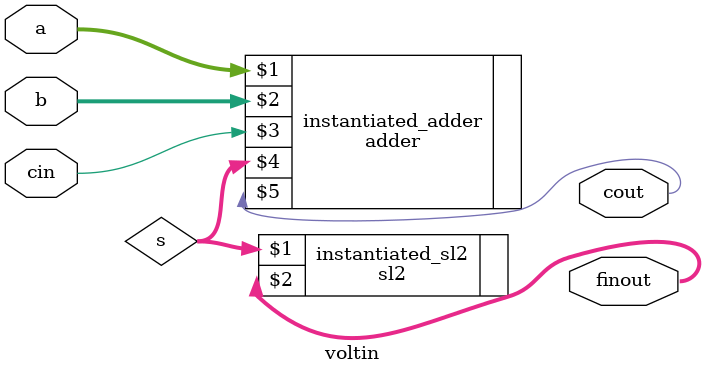
<source format=sv>
`timescale 1ns / 1ps
module voltin(input  logic [31:0] a, b,
               input  logic         cin,
               output logic [31:0] finout,
               output logic         cout    );

logic [31:0] s;

adder #(32) instantiated_adder(a, b, cin, s, cout);
sl2 instantiated_sl2(s, finout);

endmodule

</source>
